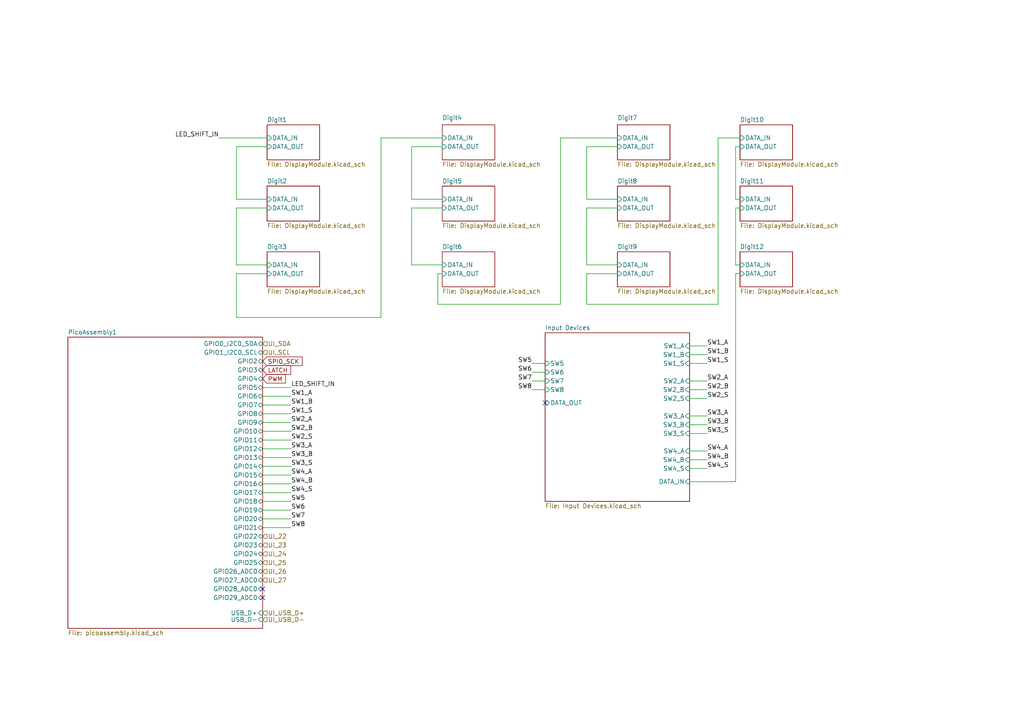
<source format=kicad_sch>
(kicad_sch (version 20230121) (generator eeschema)
  (paper "A4")
  (title_block (title "Frankenstein Controller") (company "wirkbetrieb.net / Tom Eichhorn"))
  (lib_symbols)
  (no_connect (at 76.2 170.815))
  (no_connect (at 158.115 116.84))
  (no_connect (at 76.2 173.355))
  (wire (pts (xy 76.2 132.715) (xy 84.455 132.715)))
  (wire (pts (xy 162.56 40.005) (xy 179.07 40.005)))
  (wire (pts (xy 162.56 40.005) (xy 162.56 88.265)))
  (wire (pts (xy 200.025 115.57) (xy 205.105 115.57)))
  (wire (pts (xy 63.5 40.005) (xy 77.47 40.005)))
  (wire (pts (xy 200.025 130.81) (xy 205.105 130.81)))
  (wire (pts (xy 154.305 107.95) (xy 158.115 107.95)))
  (wire (pts (xy 200.025 110.49) (xy 205.105 110.49)))
  (wire (pts (xy 119.38 42.545) (xy 119.38 57.785)))
  (wire (pts (xy 76.2 122.555) (xy 84.455 122.555)))
  (wire (pts (xy 76.2 150.495) (xy 84.455 150.495)))
  (wire (pts (xy 170.18 88.265) (xy 208.28 88.265)))
  (wire (pts (xy 128.27 42.545) (xy 119.38 42.545)))
  (wire (pts (xy 76.2 147.955) (xy 84.455 147.955)))
  (wire (pts (xy 200.025 133.35) (xy 205.105 133.35)))
  (wire (pts (xy 76.2 135.255) (xy 84.455 135.255)))
  (wire (pts (xy 76.2 127.635) (xy 84.455 127.635)))
  (wire (pts (xy 213.36 79.375) (xy 213.36 139.7)))
  (wire (pts (xy 179.07 76.835) (xy 170.18 76.835)))
  (wire (pts (xy 76.2 112.395) (xy 84.455 112.395)))
  (wire (pts (xy 154.305 110.49) (xy 158.115 110.49)))
  (wire (pts (xy 76.2 125.095) (xy 84.455 125.095)))
  (wire (pts (xy 170.18 57.785) (xy 179.07 57.785)))
  (wire (pts (xy 76.2 140.335) (xy 84.455 140.335)))
  (wire (pts (xy 127 79.375) (xy 128.27 79.375)))
  (wire (pts (xy 68.58 92.075) (xy 110.49 92.075)))
  (wire (pts (xy 170.18 76.835) (xy 170.18 60.325)))
  (wire (pts (xy 68.58 57.785) (xy 77.47 57.785)))
  (wire (pts (xy 110.49 92.075) (xy 110.49 40.005)))
  (wire (pts (xy 214.63 60.325) (xy 213.36 60.325)))
  (wire (pts (xy 68.58 79.375) (xy 68.58 92.075)))
  (wire (pts (xy 162.56 88.265) (xy 127 88.265)))
  (wire (pts (xy 213.36 76.835) (xy 214.63 76.835)))
  (wire (pts (xy 200.025 120.65) (xy 205.105 120.65)))
  (wire (pts (xy 154.305 113.03) (xy 158.115 113.03)))
  (wire (pts (xy 154.305 105.41) (xy 158.115 105.41)))
  (wire (pts (xy 77.47 42.545) (xy 68.58 42.545)))
  (wire (pts (xy 76.2 137.795) (xy 84.455 137.795)))
  (wire (pts (xy 76.2 114.935) (xy 84.455 114.935)))
  (wire (pts (xy 170.18 60.325) (xy 179.07 60.325)))
  (wire (pts (xy 110.49 40.005) (xy 128.27 40.005)))
  (wire (pts (xy 76.2 120.015) (xy 84.455 120.015)))
  (wire (pts (xy 214.63 42.545) (xy 213.36 42.545)))
  (wire (pts (xy 76.2 153.035) (xy 84.455 153.035)))
  (wire (pts (xy 200.025 123.19) (xy 205.105 123.19)))
  (wire (pts (xy 119.38 60.325) (xy 128.27 60.325)))
  (wire (pts (xy 200.025 100.33) (xy 205.105 100.33)))
  (wire (pts (xy 76.2 130.175) (xy 84.455 130.175)))
  (wire (pts (xy 76.2 145.415) (xy 84.455 145.415)))
  (wire (pts (xy 200.025 135.89) (xy 205.105 135.89)))
  (wire (pts (xy 179.07 79.375) (xy 170.18 79.375)))
  (wire (pts (xy 170.18 42.545) (xy 170.18 57.785)))
  (wire (pts (xy 68.58 60.325) (xy 77.47 60.325)))
  (wire (pts (xy 213.36 42.545) (xy 213.36 57.785)))
  (wire (pts (xy 76.2 142.875) (xy 84.455 142.875)))
  (wire (pts (xy 200.025 105.41) (xy 205.105 105.41)))
  (wire (pts (xy 200.025 139.7) (xy 213.36 139.7)))
  (wire (pts (xy 200.025 113.03) (xy 205.105 113.03)))
  (wire (pts (xy 119.38 76.835) (xy 119.38 60.325)))
  (wire (pts (xy 68.58 76.835) (xy 68.58 60.325)))
  (wire (pts (xy 77.47 79.375) (xy 68.58 79.375)))
  (wire (pts (xy 213.36 60.325) (xy 213.36 76.835)))
  (wire (pts (xy 208.28 88.265) (xy 208.28 40.005)))
  (wire (pts (xy 200.025 102.87) (xy 205.105 102.87)))
  (wire (pts (xy 179.07 42.545) (xy 170.18 42.545)))
  (wire (pts (xy 208.28 40.005) (xy 214.63 40.005)))
  (wire (pts (xy 128.27 76.835) (xy 119.38 76.835)))
  (wire (pts (xy 68.58 42.545) (xy 68.58 57.785)))
  (wire (pts (xy 214.63 79.375) (xy 213.36 79.375)))
  (wire (pts (xy 213.36 57.785) (xy 214.63 57.785)))
  (wire (pts (xy 76.2 117.475) (xy 84.455 117.475)))
  (wire (pts (xy 77.47 76.835) (xy 68.58 76.835)))
  (wire (pts (xy 127 88.265) (xy 127 79.375)))
  (wire (pts (xy 200.025 125.73) (xy 205.105 125.73)))
  (wire (pts (xy 170.18 79.375) (xy 170.18 88.265)))
  (wire (pts (xy 119.38 57.785) (xy 128.27 57.785)))
  (label "SW4_S" (at 205.105 135.89 0))
  (label "SW2_A" (at 205.105 110.49 0))
  (label "LED_SHIFT_IN" (at 63.5 40.005 180))
  (label "LED_SHIFT_IN" (at 84.455 112.395 0))
  (label "SW2_B" (at 84.455 125.095 0))
  (label "SW3_B" (at 84.455 132.715 0))
  (label "SW1_S" (at 84.455 120.015 0))
  (label "SW1_B" (at 205.105 102.87 0))
  (label "SW8" (at 154.305 113.03 180))
  (label "SW1_A" (at 205.105 100.33 0))
  (label "SW4_A" (at 205.105 130.81 0))
  (label "SW4_S" (at 84.455 142.875 0))
  (label "SW4_B" (at 84.455 140.335 0))
  (label "SW6" (at 154.305 107.95 180))
  (label "SW2_S" (at 84.455 127.635 0))
  (label "SW1_S" (at 205.105 105.41 0))
  (label "SW2_A" (at 84.455 122.555 0))
  (label "SW8" (at 84.455 153.035 0))
  (label "SW3_B" (at 205.105 123.19 0))
  (label "SW2_S" (at 205.105 115.57 0))
  (label "SW3_A" (at 205.105 120.65 0))
  (label "SW1_B" (at 84.455 117.475 0))
  (label "SW5" (at 84.455 145.415 0))
  (label "SW3_A" (at 84.455 130.175 0))
  (label "SW4_B" (at 205.105 133.35 0))
  (label "SW4_A" (at 84.455 137.795 0))
  (label "SW2_B" (at 205.105 113.03 0))
  (label "SW1_A" (at 84.455 114.935 0))
  (label "SW7" (at 84.455 150.495 0))
  (label "SW5" (at 154.305 105.41 180))
  (label "SW3_S" (at 205.105 125.73 0))
  (label "SW7" (at 154.305 110.49 180))
  (label "SW3_S" (at 84.455 135.255 0))
  (label "SW6" (at 84.455 147.955 0))
  (global_label "SPI0_SCK" (shape input) (at 76.2 104.775 0) (property "Intersheetrefs" "${INTERSHEET_REFS}" (effects hide)))
  (global_label "LATCH" (shape input) (at 76.2 107.315 0) (property "Intersheetrefs" "${INTERSHEET_REFS}" (effects hide)))
  (global_label "PWM" (shape input) (at 76.2 109.855 0) (property "Intersheetrefs" "${INTERSHEET_REFS}" (effects hide)))
  (hierarchical_label "UI_USB_D+" (shape input) (at 76.2 177.8 0))
  (hierarchical_label "UI_25" (shape input) (at 76.2 163.195 0))
  (hierarchical_label "UI_26" (shape input) (at 76.2 165.735 0))
  (hierarchical_label "UI_SDA" (shape input) (at 76.2 99.695 0))
  (hierarchical_label "UI_USB_D-" (shape input) (at 76.2 179.705 0))
  (hierarchical_label "UI_24" (shape input) (at 76.2 160.655 0))
  (hierarchical_label "UI_SCL" (shape input) (at 76.2 102.235 0))
  (hierarchical_label "UI_22" (shape input) (at 76.2 155.575 0))
  (hierarchical_label "UI_23" (shape input) (at 76.2 158.115 0))
  (hierarchical_label "UI_27" (shape input) (at 76.2 168.275 0))
  (sheet (at 77.47 73.025) (size 15.24 10.16) (stroke (width 0.1524))
    (property "Sheetname" "Digit3" (at 77.47 72.3134 0) (effects (justify left bottom)))
    (property "Sheetfile" "DisplayModule.kicad_sch" (at 77.47 83.7696 0) (effects (justify left top)))
    (pin "DATA_OUT" input (at 77.47 79.375 180))
    (pin "DATA_IN" input (at 77.47 76.835 180))
  )
  (sheet (at 128.27 53.975) (size 15.24 10.16) (stroke (width 0.1524))
    (property "Sheetname" "Digit5" (at 128.27 53.2634 0) (effects (justify left bottom)))
    (property "Sheetfile" "DisplayModule.kicad_sch" (at 128.27 64.7196 0) (effects (justify left top)))
    (pin "DATA_OUT" input (at 128.27 60.325 180))
    (pin "DATA_IN" input (at 128.27 57.785 180))
  )
  (sheet (at 77.47 53.975) (size 15.24 10.16) (stroke (width 0.1524))
    (property "Sheetname" "Digit2" (at 77.47 53.2634 0) (effects (justify left bottom)))
    (property "Sheetfile" "DisplayModule.kicad_sch" (at 77.47 64.7196 0) (effects (justify left top)))
    (pin "DATA_OUT" input (at 77.47 60.325 180))
    (pin "DATA_IN" input (at 77.47 57.785 180))
  )
  (sheet (at 214.63 73.025) (size 15.24 10.16) (stroke (width 0.1524))
    (property "Sheetname" "Digit12" (at 214.63 72.3134 0) (effects (justify left bottom)))
    (property "Sheetfile" "DisplayModule.kicad_sch" (at 214.63 83.7696 0) (effects (justify left top)))
    (pin "DATA_OUT" input (at 214.63 79.375 180))
    (pin "DATA_IN" input (at 214.63 76.835 180))
  )
  (sheet (at 179.07 53.975) (size 15.24 10.16) (stroke (width 0.1524))
    (property "Sheetname" "Digit8" (at 179.07 53.2634 0) (effects (justify left bottom)))
    (property "Sheetfile" "DisplayModule.kicad_sch" (at 179.07 64.7196 0) (effects (justify left top)))
    (pin "DATA_OUT" input (at 179.07 60.325 180))
    (pin "DATA_IN" input (at 179.07 57.785 180))
  )
  (sheet (at 214.63 53.975) (size 15.24 10.16) (stroke (width 0.1524))
    (property "Sheetname" "Digit11" (at 214.63 53.2634 0) (effects (justify left bottom)))
    (property "Sheetfile" "DisplayModule.kicad_sch" (at 214.63 64.7196 0) (effects (justify left top)))
    (pin "DATA_OUT" input (at 214.63 60.325 180))
    (pin "DATA_IN" input (at 214.63 57.785 180))
  )
  (sheet (at 19.685 97.79) (size 56.515 84.455) (stroke (width 0.1524))
    (property "Sheetname" "PicoAssembly1" (at 19.685 97.0784 0) (effects (justify left bottom)))
    (property "Sheetfile" "picoassembly.kicad_sch" (at 19.685 182.8296 0) (effects (justify left top)))
    (pin "GPIO4" bidirectional (at 76.2 109.855 0))
    (pin "GPIO2" bidirectional (at 76.2 104.775 0))
    (pin "GPIO3" bidirectional (at 76.2 107.315 0))
    (pin "GPIO1_I2C0_SCL" bidirectional (at 76.2 102.235 0))
    (pin "GPIO0_I2C0_SDA" bidirectional (at 76.2 99.695 0))
    (pin "USB_D+" input (at 76.2 177.8 0))
    (pin "USB_D-" input (at 76.2 179.705 0))
    (pin "GPIO6" bidirectional (at 76.2 114.935 0))
    (pin "GPIO9" bidirectional (at 76.2 122.555 0))
    (pin "GPIO5" bidirectional (at 76.2 112.395 0))
    (pin "GPIO8" bidirectional (at 76.2 120.015 0))
    (pin "GPIO10" bidirectional (at 76.2 125.095 0))
    (pin "GPIO7" bidirectional (at 76.2 117.475 0))
    (pin "GPIO11" bidirectional (at 76.2 127.635 0))
    (pin "GPIO23" bidirectional (at 76.2 158.115 0))
    (pin "GPIO22" bidirectional (at 76.2 155.575 0))
    (pin "GPIO21" bidirectional (at 76.2 153.035 0))
    (pin "GPIO20" bidirectional (at 76.2 150.495 0))
    (pin "GPIO19" bidirectional (at 76.2 147.955 0))
    (pin "GPIO16" bidirectional (at 76.2 140.335 0))
    (pin "GPIO14" bidirectional (at 76.2 135.255 0))
    (pin "GPIO15" bidirectional (at 76.2 137.795 0))
    (pin "GPIO17" bidirectional (at 76.2 142.875 0))
    (pin "GPIO13" bidirectional (at 76.2 132.715 0))
    (pin "GPIO12" bidirectional (at 76.2 130.175 0))
    (pin "GPIO18" bidirectional (at 76.2 145.415 0))
    (pin "GPIO25" bidirectional (at 76.2 163.195 0))
    (pin "GPIO24" bidirectional (at 76.2 160.655 0))
    (pin "GPIO28_ADC0" bidirectional (at 76.2 170.815 0))
    (pin "GPIO26_ADC0" bidirectional (at 76.2 165.735 0))
    (pin "GPIO27_ADC0" bidirectional (at 76.2 168.275 0))
    (pin "GPIO29_ADC0" bidirectional (at 76.2 173.355 0))
  )
  (sheet (at 128.27 73.025) (size 15.24 10.16) (stroke (width 0.1524))
    (property "Sheetname" "Digit6" (at 128.27 72.3134 0) (effects (justify left bottom)))
    (property "Sheetfile" "DisplayModule.kicad_sch" (at 128.27 83.7696 0) (effects (justify left top)))
    (pin "DATA_OUT" input (at 128.27 79.375 180))
    (pin "DATA_IN" input (at 128.27 76.835 180))
  )
  (sheet (at 77.47 36.195) (size 15.24 10.16) (stroke (width 0.1524))
    (property "Sheetname" "Digit1" (at 77.47 35.4834 0) (effects (justify left bottom)))
    (property "Sheetfile" "DisplayModule.kicad_sch" (at 77.47 46.9396 0) (effects (justify left top)))
    (pin "DATA_OUT" input (at 77.47 42.545 180))
    (pin "DATA_IN" input (at 77.47 40.005 180))
  )
  (sheet (at 179.07 73.025) (size 15.24 10.16) (stroke (width 0.1524))
    (property "Sheetname" "Digit9" (at 179.07 72.3134 0) (effects (justify left bottom)))
    (property "Sheetfile" "DisplayModule.kicad_sch" (at 179.07 83.7696 0) (effects (justify left top)))
    (pin "DATA_OUT" input (at 179.07 79.375 180))
    (pin "DATA_IN" input (at 179.07 76.835 180))
  )
  (sheet (at 179.07 36.195) (size 15.24 10.16) (stroke (width 0.1524))
    (property "Sheetname" "Digit7" (at 179.07 34.925 0) (effects (justify left bottom)))
    (property "Sheetfile" "DisplayModule.kicad_sch" (at 179.07 46.9396 0) (effects (justify left top)))
    (pin "DATA_OUT" input (at 179.07 42.545 180))
    (pin "DATA_IN" input (at 179.07 40.005 180))
  )
  (sheet (at 214.63 36.195) (size 15.24 10.16) (stroke (width 0.1524))
    (property "Sheetname" "Digit10" (at 214.63 35.4834 0) (effects (justify left bottom)))
    (property "Sheetfile" "DisplayModule.kicad_sch" (at 214.63 46.9396 0) (effects (justify left top)))
    (pin "DATA_OUT" input (at 214.63 42.545 180))
    (pin "DATA_IN" input (at 214.63 40.005 180))
  )
  (sheet (at 158.115 96.52) (size 41.91 48.895) (stroke (width 0.1524))
    (property "Sheetname" "Input Devices" (at 158.115 95.8084 0) (effects (justify left bottom)))
    (property "Sheetfile" "Input Devices.kicad_sch" (at 158.115 145.9996 0) (effects (justify left top)))
    (pin "SW1_B" input (at 200.025 102.87 0))
    (pin "SW4_A" input (at 200.025 130.81 0))
    (pin "SW4_S" input (at 200.025 135.89 0))
    (pin "SW4_B" input (at 200.025 133.35 0))
    (pin "SW2_S" input (at 200.025 115.57 0))
    (pin "SW3_A" input (at 200.025 120.65 0))
    (pin "SW3_B" input (at 200.025 123.19 0))
    (pin "SW3_S" input (at 200.025 125.73 0))
    (pin "SW2_A" input (at 200.025 110.49 0))
    (pin "SW2_B" input (at 200.025 113.03 0))
    (pin "SW1_A" input (at 200.025 100.33 0))
    (pin "SW1_S" input (at 200.025 105.41 0))
    (pin "SW7" input (at 158.115 110.49 180))
    (pin "SW8" input (at 158.115 113.03 180))
    (pin "SW6" input (at 158.115 107.95 180))
    (pin "SW5" input (at 158.115 105.41 180))
    (pin "DATA_OUT" input (at 158.115 116.84 180))
    (pin "DATA_IN" input (at 200.025 139.7 0))
  )
  (sheet (at 128.27 36.195) (size 15.24 10.16) (stroke (width 0.1524))
    (property "Sheetname" "Digit4" (at 128.27 34.925 0) (effects (justify left bottom)))
    (property "Sheetfile" "DisplayModule.kicad_sch" (at 128.27 46.9396 0) (effects (justify left top)))
    (pin "DATA_OUT" input (at 128.27 42.545 180))
    (pin "DATA_IN" input (at 128.27 40.005 180))
  )
)
</source>
